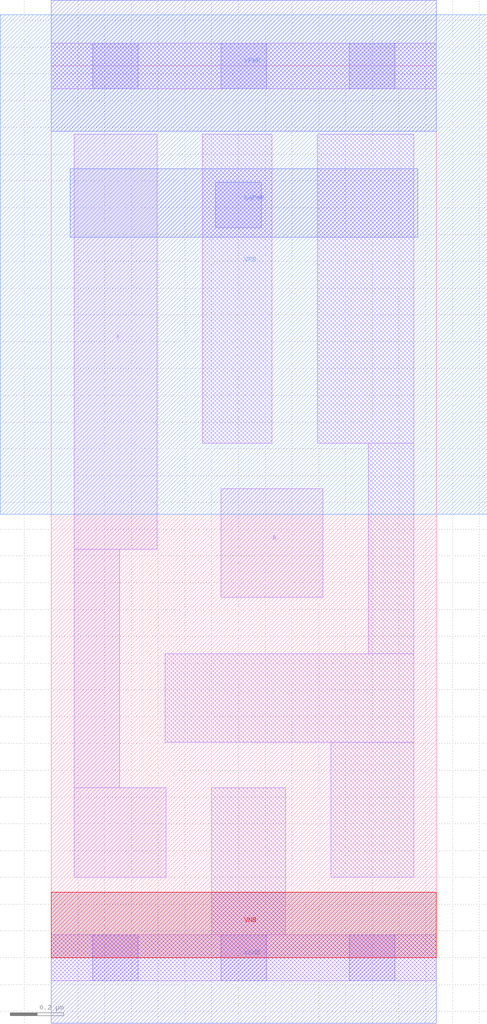
<source format=lef>
# Copyright 2020 The SkyWater PDK Authors
#
# Licensed under the Apache License, Version 2.0 (the "License");
# you may not use this file except in compliance with the License.
# You may obtain a copy of the License at
#
#     https://www.apache.org/licenses/LICENSE-2.0
#
# Unless required by applicable law or agreed to in writing, software
# distributed under the License is distributed on an "AS IS" BASIS,
# WITHOUT WARRANTIES OR CONDITIONS OF ANY KIND, either express or implied.
# See the License for the specific language governing permissions and
# limitations under the License.
#
# SPDX-License-Identifier: Apache-2.0

VERSION 5.7 ;
  NOWIREEXTENSIONATPIN ON ;
  DIVIDERCHAR "/" ;
  BUSBITCHARS "[]" ;
MACRO sky130_fd_sc_lp__bufkapwr_1
  CLASS CORE ;
  FOREIGN sky130_fd_sc_lp__bufkapwr_1 ;
  ORIGIN  0.000000  0.000000 ;
  SIZE  1.440000 BY  3.330000 ;
  SYMMETRY X Y ;
  SITE unit ;
  PIN A
    ANTENNAGATEAREA  0.252000 ;
    DIRECTION INPUT ;
    USE SIGNAL ;
    PORT
      LAYER li1 ;
        RECT 0.635000 1.345000 1.015000 1.750000 ;
    END
  END A
  PIN X
    ANTENNADIFFAREA  0.445200 ;
    DIRECTION OUTPUT ;
    USE SIGNAL ;
    PORT
      LAYER li1 ;
        RECT 0.085000 0.300000 0.430000 0.635000 ;
        RECT 0.085000 0.635000 0.255000 1.525000 ;
        RECT 0.085000 1.525000 0.395000 3.075000 ;
    END
  END X
  PIN KAPWR
    DIRECTION INOUT ;
    USE POWER ;
    PORT
      LAYER met1 ;
        RECT 0.070000 2.690000 1.370000 2.945000 ;
    END
  END KAPWR
  PIN VGND
    DIRECTION INOUT ;
    USE GROUND ;
    PORT
      LAYER met1 ;
        RECT 0.000000 -0.245000 1.440000 0.245000 ;
    END
  END VGND
  PIN VNB
    DIRECTION INOUT ;
    USE GROUND ;
    PORT
      LAYER pwell ;
        RECT 0.000000 0.000000 1.440000 0.245000 ;
    END
  END VNB
  PIN VPB
    DIRECTION INOUT ;
    USE POWER ;
    PORT
      LAYER nwell ;
        RECT -0.190000 1.655000 1.630000 3.520000 ;
    END
  END VPB
  PIN VPWR
    DIRECTION INOUT ;
    USE POWER ;
    PORT
      LAYER met1 ;
        RECT 0.000000 3.085000 1.440000 3.575000 ;
    END
  END VPWR
  OBS
    LAYER li1 ;
      RECT 0.000000 -0.085000 1.440000 0.085000 ;
      RECT 0.000000  3.245000 1.440000 3.415000 ;
      RECT 0.425000  0.805000 1.355000 1.135000 ;
      RECT 0.565000  1.920000 0.825000 3.075000 ;
      RECT 0.600000  0.085000 0.875000 0.635000 ;
      RECT 0.995000  1.920000 1.355000 3.075000 ;
      RECT 1.045000  0.300000 1.355000 0.805000 ;
      RECT 1.185000  1.135000 1.355000 1.920000 ;
    LAYER mcon ;
      RECT 0.155000 -0.085000 0.325000 0.085000 ;
      RECT 0.155000  3.245000 0.325000 3.415000 ;
      RECT 0.615000  2.725000 0.785000 2.895000 ;
      RECT 0.635000 -0.085000 0.805000 0.085000 ;
      RECT 0.635000  3.245000 0.805000 3.415000 ;
      RECT 1.115000 -0.085000 1.285000 0.085000 ;
      RECT 1.115000  3.245000 1.285000 3.415000 ;
  END
END sky130_fd_sc_lp__bufkapwr_1
END LIBRARY

</source>
